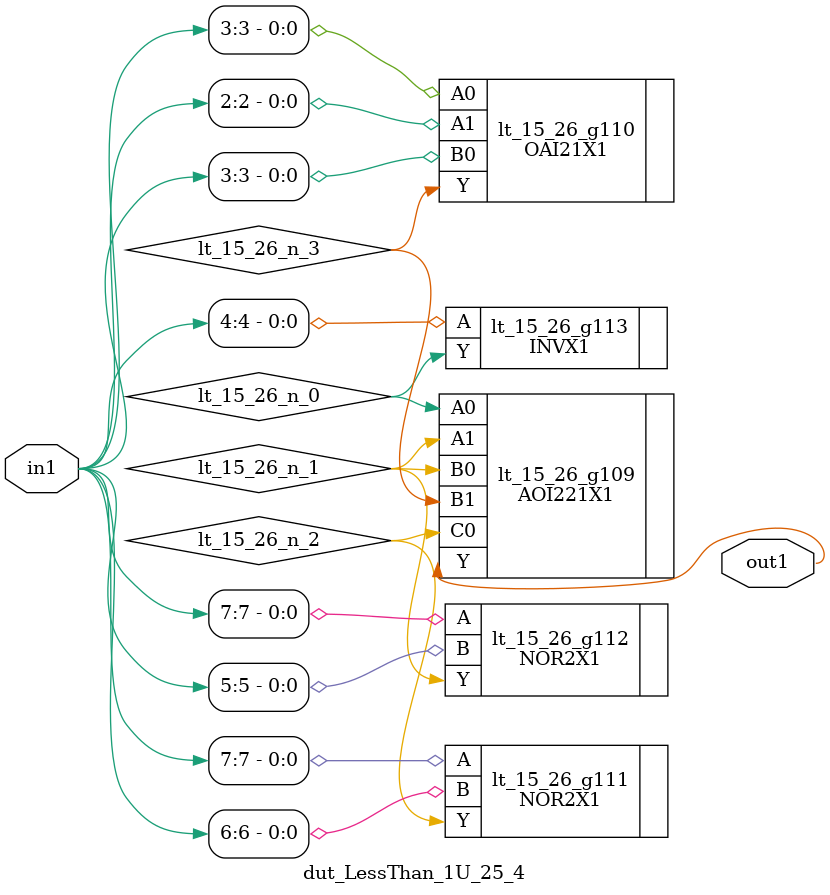
<source format=v>
`timescale 1ps / 1ps


module dut_LessThan_1U_25_4(in1, out1);
  input [7:0] in1;
  output out1;
  wire [7:0] in1;
  wire out1;
  wire lt_15_26_n_0, lt_15_26_n_1, lt_15_26_n_2, lt_15_26_n_3;
  AOI221X1 lt_15_26_g109(.A0 (lt_15_26_n_0), .A1 (lt_15_26_n_1), .B0
       (lt_15_26_n_1), .B1 (lt_15_26_n_3), .C0 (lt_15_26_n_2), .Y
       (out1));
  OAI21X1 lt_15_26_g110(.A0 (in1[3]), .A1 (in1[2]), .B0 (in1[3]), .Y
       (lt_15_26_n_3));
  NOR2X1 lt_15_26_g111(.A (in1[7]), .B (in1[6]), .Y (lt_15_26_n_2));
  NOR2X1 lt_15_26_g112(.A (in1[7]), .B (in1[5]), .Y (lt_15_26_n_1));
  INVX1 lt_15_26_g113(.A (in1[4]), .Y (lt_15_26_n_0));
endmodule



</source>
